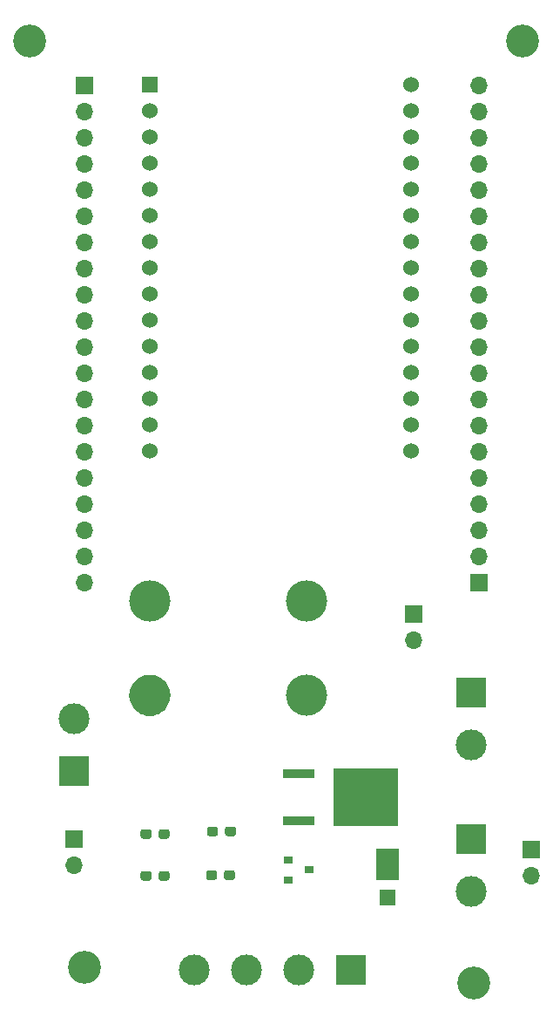
<source format=gbr>
%TF.GenerationSoftware,KiCad,Pcbnew,(5.1.6)-1*%
%TF.CreationDate,2021-01-28T02:18:39-06:00*%
%TF.ProjectId,tool_checkout_cabinet_modules,746f6f6c-5f63-4686-9563-6b6f75745f63,rev?*%
%TF.SameCoordinates,Original*%
%TF.FileFunction,Soldermask,Top*%
%TF.FilePolarity,Negative*%
%FSLAX46Y46*%
G04 Gerber Fmt 4.6, Leading zero omitted, Abs format (unit mm)*
G04 Created by KiCad (PCBNEW (5.1.6)-1) date 2021-01-28 02:18:39*
%MOMM*%
%LPD*%
G01*
G04 APERTURE LIST*
%ADD10O,1.700000X1.700000*%
%ADD11R,1.700000X1.700000*%
%ADD12R,6.320000X5.670000*%
%ADD13R,3.020000X0.970000*%
%ADD14C,3.200000*%
%ADD15C,4.000000*%
%ADD16C,0.100000*%
%ADD17C,1.524000*%
%ADD18R,1.524000X1.524000*%
%ADD19R,1.520000X1.500000*%
%ADD20R,2.200000X3.100000*%
%ADD21C,3.000000*%
%ADD22R,3.000000X3.000000*%
%ADD23R,0.900000X0.800000*%
G04 APERTURE END LIST*
D10*
%TO.C,J6-ALT*%
X212598000Y-132588000D03*
D11*
X212598000Y-130048000D03*
%TD*%
D10*
%TO.C,J1-ALT*%
X201168000Y-109728000D03*
D11*
X201168000Y-107188000D03*
%TD*%
D10*
%TO.C,J5-ALT*%
X168148000Y-131572000D03*
D11*
X168148000Y-129032000D03*
%TD*%
D12*
%TO.C,Q2*%
X196496000Y-124968000D03*
D13*
X189966000Y-127254000D03*
X189966000Y-122682000D03*
%TD*%
D14*
%TO.C,REF\u002A\u002A*%
X211709000Y-51562000D03*
%TD*%
%TO.C,REF\u002A\u002A*%
X163830000Y-51562000D03*
%TD*%
%TO.C,REF\u002A\u002A*%
X207010000Y-143002000D03*
%TD*%
%TO.C,REF\u002A\u002A*%
X169164000Y-141478000D03*
%TD*%
D15*
%TO.C,A1*%
X190754000Y-115062000D03*
X190754000Y-105918000D03*
D16*
G36*
X175220539Y-117040353D02*
G01*
X175028040Y-117002063D01*
X174840220Y-116945088D01*
X174658890Y-116869979D01*
X174485795Y-116777457D01*
X174322601Y-116668415D01*
X174170882Y-116543902D01*
X174032098Y-116405118D01*
X173907585Y-116253399D01*
X173798543Y-116090205D01*
X173706021Y-115917110D01*
X173630912Y-115735780D01*
X173573937Y-115547960D01*
X173535647Y-115355461D01*
X173516409Y-115160135D01*
X173516409Y-114963865D01*
X173535647Y-114768539D01*
X173573937Y-114576040D01*
X173630912Y-114388220D01*
X173706021Y-114206890D01*
X173798543Y-114033795D01*
X173907585Y-113870601D01*
X174032098Y-113718882D01*
X174170882Y-113580098D01*
X174322601Y-113455585D01*
X174485795Y-113346543D01*
X174658890Y-113254021D01*
X174840220Y-113178912D01*
X175028040Y-113121937D01*
X175220539Y-113083647D01*
X175415865Y-113064409D01*
X175612135Y-113064409D01*
X175807461Y-113083647D01*
X175999960Y-113121937D01*
X176187780Y-113178912D01*
X176369110Y-113254021D01*
X176542205Y-113346543D01*
X176705399Y-113455585D01*
X176857118Y-113580098D01*
X176995902Y-113718882D01*
X177120415Y-113870601D01*
X177229457Y-114033795D01*
X177321979Y-114206890D01*
X177397088Y-114388220D01*
X177454063Y-114576040D01*
X177492353Y-114768539D01*
X177511591Y-114963865D01*
X177511591Y-115160135D01*
X177492353Y-115355461D01*
X177454063Y-115547960D01*
X177397088Y-115735780D01*
X177321979Y-115917110D01*
X177229457Y-116090205D01*
X177120415Y-116253399D01*
X176995902Y-116405118D01*
X176857118Y-116543902D01*
X176705399Y-116668415D01*
X176542205Y-116777457D01*
X176369110Y-116869979D01*
X176187780Y-116945088D01*
X175999960Y-117002063D01*
X175807461Y-117040353D01*
X175612135Y-117059591D01*
X175415865Y-117059591D01*
X175220539Y-117040353D01*
G37*
D15*
X175514000Y-105918000D03*
%TD*%
D17*
%TO.C,U1*%
X200898000Y-55810000D03*
X200898000Y-58350000D03*
X200898000Y-60890000D03*
X200898000Y-63430000D03*
X200898000Y-65970000D03*
X200898000Y-68510000D03*
X200898000Y-71050000D03*
X200898000Y-73590000D03*
X200898000Y-76130000D03*
X200898000Y-78670000D03*
X200898000Y-81210000D03*
X200898000Y-83750000D03*
X200898000Y-86290000D03*
X200898000Y-88830000D03*
X200898000Y-91370000D03*
X175498000Y-91370000D03*
X175498000Y-88830000D03*
X175498000Y-86290000D03*
X175498000Y-83750000D03*
X175498000Y-81210000D03*
X175498000Y-78670000D03*
X175498000Y-76130000D03*
X175498000Y-73590000D03*
X175498000Y-71050000D03*
X175498000Y-68510000D03*
X175498000Y-65970000D03*
X175498000Y-63430000D03*
X175498000Y-60890000D03*
X175498000Y-58350000D03*
D18*
X175498000Y-55810000D03*
%TD*%
D19*
%TO.C,D1*%
X198628000Y-134713000D03*
D20*
X198628000Y-131493000D03*
%TD*%
D21*
%TO.C,J1*%
X206756000Y-119888000D03*
D22*
X206756000Y-114808000D03*
%TD*%
D21*
%TO.C,J2*%
X179832000Y-141732000D03*
D22*
X195072000Y-141732000D03*
D21*
X184912000Y-141732000D03*
X189992000Y-141732000D03*
%TD*%
D10*
%TO.C,J3*%
X169164000Y-104140000D03*
X169164000Y-101600000D03*
X169164000Y-99060000D03*
X169164000Y-96520000D03*
X169164000Y-93980000D03*
X169164000Y-91440000D03*
X169164000Y-88900000D03*
X169164000Y-86360000D03*
X169164000Y-83820000D03*
X169164000Y-81280000D03*
X169164000Y-78740000D03*
X169164000Y-76200000D03*
X169164000Y-73660000D03*
X169164000Y-71120000D03*
X169164000Y-68580000D03*
X169164000Y-66040000D03*
X169164000Y-63500000D03*
X169164000Y-60960000D03*
X169164000Y-58420000D03*
D11*
X169164000Y-55880000D03*
%TD*%
D10*
%TO.C,J4*%
X207518000Y-55880000D03*
X207518000Y-58420000D03*
X207518000Y-60960000D03*
X207518000Y-63500000D03*
X207518000Y-66040000D03*
X207518000Y-68580000D03*
X207518000Y-71120000D03*
X207518000Y-73660000D03*
X207518000Y-76200000D03*
X207518000Y-78740000D03*
X207518000Y-81280000D03*
X207518000Y-83820000D03*
X207518000Y-86360000D03*
X207518000Y-88900000D03*
X207518000Y-91440000D03*
X207518000Y-93980000D03*
X207518000Y-96520000D03*
X207518000Y-99060000D03*
X207518000Y-101600000D03*
D11*
X207518000Y-104140000D03*
%TD*%
D21*
%TO.C,J5*%
X168148000Y-117348000D03*
D22*
X168148000Y-122428000D03*
%TD*%
D21*
%TO.C,J6*%
X206756000Y-134112000D03*
D22*
X206756000Y-129032000D03*
%TD*%
D23*
%TO.C,Q1*%
X190976000Y-132014000D03*
X188976000Y-132964000D03*
X188976000Y-131064000D03*
%TD*%
%TO.C,R1*%
G36*
G01*
X176372000Y-128761500D02*
X176372000Y-128286500D01*
G75*
G02*
X176609500Y-128049000I237500J0D01*
G01*
X177184500Y-128049000D01*
G75*
G02*
X177422000Y-128286500I0J-237500D01*
G01*
X177422000Y-128761500D01*
G75*
G02*
X177184500Y-128999000I-237500J0D01*
G01*
X176609500Y-128999000D01*
G75*
G02*
X176372000Y-128761500I0J237500D01*
G01*
G37*
G36*
G01*
X174622000Y-128761500D02*
X174622000Y-128286500D01*
G75*
G02*
X174859500Y-128049000I237500J0D01*
G01*
X175434500Y-128049000D01*
G75*
G02*
X175672000Y-128286500I0J-237500D01*
G01*
X175672000Y-128761500D01*
G75*
G02*
X175434500Y-128999000I-237500J0D01*
G01*
X174859500Y-128999000D01*
G75*
G02*
X174622000Y-128761500I0J237500D01*
G01*
G37*
%TD*%
%TO.C,R2*%
G36*
G01*
X177422000Y-132350500D02*
X177422000Y-132825500D01*
G75*
G02*
X177184500Y-133063000I-237500J0D01*
G01*
X176609500Y-133063000D01*
G75*
G02*
X176372000Y-132825500I0J237500D01*
G01*
X176372000Y-132350500D01*
G75*
G02*
X176609500Y-132113000I237500J0D01*
G01*
X177184500Y-132113000D01*
G75*
G02*
X177422000Y-132350500I0J-237500D01*
G01*
G37*
G36*
G01*
X175672000Y-132350500D02*
X175672000Y-132825500D01*
G75*
G02*
X175434500Y-133063000I-237500J0D01*
G01*
X174859500Y-133063000D01*
G75*
G02*
X174622000Y-132825500I0J237500D01*
G01*
X174622000Y-132350500D01*
G75*
G02*
X174859500Y-132113000I237500J0D01*
G01*
X175434500Y-132113000D01*
G75*
G02*
X175672000Y-132350500I0J-237500D01*
G01*
G37*
%TD*%
%TO.C,R3*%
G36*
G01*
X182835000Y-128507500D02*
X182835000Y-128032500D01*
G75*
G02*
X183072500Y-127795000I237500J0D01*
G01*
X183647500Y-127795000D01*
G75*
G02*
X183885000Y-128032500I0J-237500D01*
G01*
X183885000Y-128507500D01*
G75*
G02*
X183647500Y-128745000I-237500J0D01*
G01*
X183072500Y-128745000D01*
G75*
G02*
X182835000Y-128507500I0J237500D01*
G01*
G37*
G36*
G01*
X181085000Y-128507500D02*
X181085000Y-128032500D01*
G75*
G02*
X181322500Y-127795000I237500J0D01*
G01*
X181897500Y-127795000D01*
G75*
G02*
X182135000Y-128032500I0J-237500D01*
G01*
X182135000Y-128507500D01*
G75*
G02*
X181897500Y-128745000I-237500J0D01*
G01*
X181322500Y-128745000D01*
G75*
G02*
X181085000Y-128507500I0J237500D01*
G01*
G37*
%TD*%
%TO.C,R4*%
G36*
G01*
X182037000Y-132286500D02*
X182037000Y-132761500D01*
G75*
G02*
X181799500Y-132999000I-237500J0D01*
G01*
X181224500Y-132999000D01*
G75*
G02*
X180987000Y-132761500I0J237500D01*
G01*
X180987000Y-132286500D01*
G75*
G02*
X181224500Y-132049000I237500J0D01*
G01*
X181799500Y-132049000D01*
G75*
G02*
X182037000Y-132286500I0J-237500D01*
G01*
G37*
G36*
G01*
X183787000Y-132286500D02*
X183787000Y-132761500D01*
G75*
G02*
X183549500Y-132999000I-237500J0D01*
G01*
X182974500Y-132999000D01*
G75*
G02*
X182737000Y-132761500I0J237500D01*
G01*
X182737000Y-132286500D01*
G75*
G02*
X182974500Y-132049000I237500J0D01*
G01*
X183549500Y-132049000D01*
G75*
G02*
X183787000Y-132286500I0J-237500D01*
G01*
G37*
%TD*%
M02*

</source>
